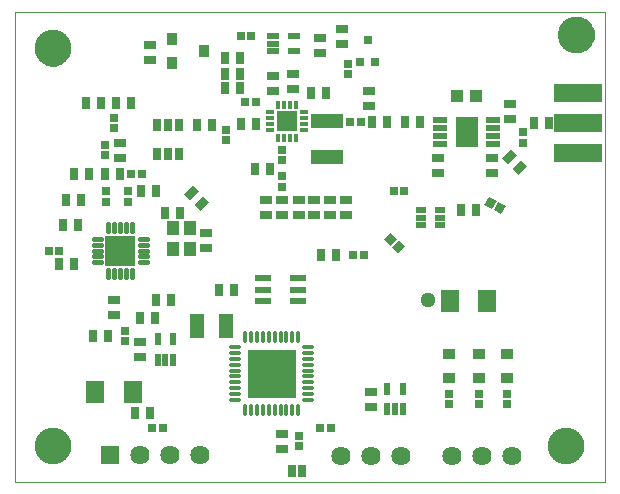
<source format=gts>
G75*
G70*
%OFA0B0*%
%FSLAX24Y24*%
%IPPOS*%
%LPD*%
%AMOC8*
5,1,8,0,0,1.08239X$1,22.5*
%
%ADD10C,0.0000*%
%ADD11C,0.1221*%
%ADD12R,0.0138X0.0296*%
%ADD13R,0.0296X0.0138*%
%ADD14R,0.0670X0.0670*%
%ADD15R,0.0290X0.0410*%
%ADD16R,0.0410X0.0290*%
%ADD17R,0.0276X0.0276*%
%ADD18R,0.1103X0.0493*%
%ADD19R,0.0316X0.0296*%
%ADD20R,0.0296X0.0316*%
%ADD21R,0.0276X0.0257*%
%ADD22R,0.0434X0.0197*%
%ADD23R,0.0335X0.0434*%
%ADD24R,0.1640X0.0640*%
%ADD25R,0.0276X0.0434*%
%ADD26R,0.0335X0.0197*%
%ADD27R,0.0510X0.0220*%
%ADD28R,0.0740X0.0990*%
%ADD29R,0.0434X0.0512*%
%ADD30R,0.0197X0.0434*%
%ADD31R,0.0640X0.0740*%
%ADD32R,0.0414X0.0434*%
%ADD33R,0.0552X0.0237*%
%ADD34C,0.0640*%
%ADD35R,0.1615X0.1615*%
%ADD36C,0.0120*%
%ADD37R,0.0640X0.0640*%
%ADD38R,0.0473X0.0788*%
%ADD39R,0.0434X0.0355*%
%ADD40C,0.0158*%
%ADD41R,0.1024X0.1024*%
%ADD42C,0.0280*%
%ADD43C,0.0512*%
D10*
X000671Y003960D02*
X020356Y003960D01*
X020356Y019645D01*
X000671Y019645D01*
X000671Y003960D01*
X001343Y005184D02*
X001345Y005232D01*
X001351Y005280D01*
X001361Y005327D01*
X001374Y005373D01*
X001392Y005418D01*
X001412Y005462D01*
X001437Y005504D01*
X001465Y005543D01*
X001495Y005580D01*
X001529Y005614D01*
X001566Y005646D01*
X001604Y005675D01*
X001645Y005700D01*
X001688Y005722D01*
X001733Y005740D01*
X001779Y005754D01*
X001826Y005765D01*
X001874Y005772D01*
X001922Y005775D01*
X001970Y005774D01*
X002018Y005769D01*
X002066Y005760D01*
X002112Y005748D01*
X002157Y005731D01*
X002201Y005711D01*
X002243Y005688D01*
X002283Y005661D01*
X002321Y005631D01*
X002356Y005598D01*
X002388Y005562D01*
X002418Y005524D01*
X002444Y005483D01*
X002466Y005440D01*
X002486Y005396D01*
X002501Y005351D01*
X002513Y005304D01*
X002521Y005256D01*
X002525Y005208D01*
X002525Y005160D01*
X002521Y005112D01*
X002513Y005064D01*
X002501Y005017D01*
X002486Y004972D01*
X002466Y004928D01*
X002444Y004885D01*
X002418Y004844D01*
X002388Y004806D01*
X002356Y004770D01*
X002321Y004737D01*
X002283Y004707D01*
X002243Y004680D01*
X002201Y004657D01*
X002157Y004637D01*
X002112Y004620D01*
X002066Y004608D01*
X002018Y004599D01*
X001970Y004594D01*
X001922Y004593D01*
X001874Y004596D01*
X001826Y004603D01*
X001779Y004614D01*
X001733Y004628D01*
X001688Y004646D01*
X001645Y004668D01*
X001604Y004693D01*
X001566Y004722D01*
X001529Y004754D01*
X001495Y004788D01*
X001465Y004825D01*
X001437Y004864D01*
X001412Y004906D01*
X001392Y004950D01*
X001374Y004995D01*
X001361Y005041D01*
X001351Y005088D01*
X001345Y005136D01*
X001343Y005184D01*
X001343Y018434D02*
X001345Y018482D01*
X001351Y018530D01*
X001361Y018577D01*
X001374Y018623D01*
X001392Y018668D01*
X001412Y018712D01*
X001437Y018754D01*
X001465Y018793D01*
X001495Y018830D01*
X001529Y018864D01*
X001566Y018896D01*
X001604Y018925D01*
X001645Y018950D01*
X001688Y018972D01*
X001733Y018990D01*
X001779Y019004D01*
X001826Y019015D01*
X001874Y019022D01*
X001922Y019025D01*
X001970Y019024D01*
X002018Y019019D01*
X002066Y019010D01*
X002112Y018998D01*
X002157Y018981D01*
X002201Y018961D01*
X002243Y018938D01*
X002283Y018911D01*
X002321Y018881D01*
X002356Y018848D01*
X002388Y018812D01*
X002418Y018774D01*
X002444Y018733D01*
X002466Y018690D01*
X002486Y018646D01*
X002501Y018601D01*
X002513Y018554D01*
X002521Y018506D01*
X002525Y018458D01*
X002525Y018410D01*
X002521Y018362D01*
X002513Y018314D01*
X002501Y018267D01*
X002486Y018222D01*
X002466Y018178D01*
X002444Y018135D01*
X002418Y018094D01*
X002388Y018056D01*
X002356Y018020D01*
X002321Y017987D01*
X002283Y017957D01*
X002243Y017930D01*
X002201Y017907D01*
X002157Y017887D01*
X002112Y017870D01*
X002066Y017858D01*
X002018Y017849D01*
X001970Y017844D01*
X001922Y017843D01*
X001874Y017846D01*
X001826Y017853D01*
X001779Y017864D01*
X001733Y017878D01*
X001688Y017896D01*
X001645Y017918D01*
X001604Y017943D01*
X001566Y017972D01*
X001529Y018004D01*
X001495Y018038D01*
X001465Y018075D01*
X001437Y018114D01*
X001412Y018156D01*
X001392Y018200D01*
X001374Y018245D01*
X001361Y018291D01*
X001351Y018338D01*
X001345Y018386D01*
X001343Y018434D01*
X018443Y005184D02*
X018445Y005232D01*
X018451Y005280D01*
X018461Y005327D01*
X018474Y005373D01*
X018492Y005418D01*
X018512Y005462D01*
X018537Y005504D01*
X018565Y005543D01*
X018595Y005580D01*
X018629Y005614D01*
X018666Y005646D01*
X018704Y005675D01*
X018745Y005700D01*
X018788Y005722D01*
X018833Y005740D01*
X018879Y005754D01*
X018926Y005765D01*
X018974Y005772D01*
X019022Y005775D01*
X019070Y005774D01*
X019118Y005769D01*
X019166Y005760D01*
X019212Y005748D01*
X019257Y005731D01*
X019301Y005711D01*
X019343Y005688D01*
X019383Y005661D01*
X019421Y005631D01*
X019456Y005598D01*
X019488Y005562D01*
X019518Y005524D01*
X019544Y005483D01*
X019566Y005440D01*
X019586Y005396D01*
X019601Y005351D01*
X019613Y005304D01*
X019621Y005256D01*
X019625Y005208D01*
X019625Y005160D01*
X019621Y005112D01*
X019613Y005064D01*
X019601Y005017D01*
X019586Y004972D01*
X019566Y004928D01*
X019544Y004885D01*
X019518Y004844D01*
X019488Y004806D01*
X019456Y004770D01*
X019421Y004737D01*
X019383Y004707D01*
X019343Y004680D01*
X019301Y004657D01*
X019257Y004637D01*
X019212Y004620D01*
X019166Y004608D01*
X019118Y004599D01*
X019070Y004594D01*
X019022Y004593D01*
X018974Y004596D01*
X018926Y004603D01*
X018879Y004614D01*
X018833Y004628D01*
X018788Y004646D01*
X018745Y004668D01*
X018704Y004693D01*
X018666Y004722D01*
X018629Y004754D01*
X018595Y004788D01*
X018565Y004825D01*
X018537Y004864D01*
X018512Y004906D01*
X018492Y004950D01*
X018474Y004995D01*
X018461Y005041D01*
X018451Y005088D01*
X018445Y005136D01*
X018443Y005184D01*
X018793Y018884D02*
X018795Y018932D01*
X018801Y018980D01*
X018811Y019027D01*
X018824Y019073D01*
X018842Y019118D01*
X018862Y019162D01*
X018887Y019204D01*
X018915Y019243D01*
X018945Y019280D01*
X018979Y019314D01*
X019016Y019346D01*
X019054Y019375D01*
X019095Y019400D01*
X019138Y019422D01*
X019183Y019440D01*
X019229Y019454D01*
X019276Y019465D01*
X019324Y019472D01*
X019372Y019475D01*
X019420Y019474D01*
X019468Y019469D01*
X019516Y019460D01*
X019562Y019448D01*
X019607Y019431D01*
X019651Y019411D01*
X019693Y019388D01*
X019733Y019361D01*
X019771Y019331D01*
X019806Y019298D01*
X019838Y019262D01*
X019868Y019224D01*
X019894Y019183D01*
X019916Y019140D01*
X019936Y019096D01*
X019951Y019051D01*
X019963Y019004D01*
X019971Y018956D01*
X019975Y018908D01*
X019975Y018860D01*
X019971Y018812D01*
X019963Y018764D01*
X019951Y018717D01*
X019936Y018672D01*
X019916Y018628D01*
X019894Y018585D01*
X019868Y018544D01*
X019838Y018506D01*
X019806Y018470D01*
X019771Y018437D01*
X019733Y018407D01*
X019693Y018380D01*
X019651Y018357D01*
X019607Y018337D01*
X019562Y018320D01*
X019516Y018308D01*
X019468Y018299D01*
X019420Y018294D01*
X019372Y018293D01*
X019324Y018296D01*
X019276Y018303D01*
X019229Y018314D01*
X019183Y018328D01*
X019138Y018346D01*
X019095Y018368D01*
X019054Y018393D01*
X019016Y018422D01*
X018979Y018454D01*
X018945Y018488D01*
X018915Y018525D01*
X018887Y018564D01*
X018862Y018606D01*
X018842Y018650D01*
X018824Y018695D01*
X018811Y018741D01*
X018801Y018788D01*
X018795Y018836D01*
X018793Y018884D01*
D11*
X019384Y018884D03*
X019034Y005184D03*
X001934Y005184D03*
X001934Y018434D03*
D12*
X009451Y016527D03*
X009648Y016527D03*
X009845Y016527D03*
X010042Y016527D03*
X010042Y015444D03*
X009845Y015444D03*
X009648Y015444D03*
X009451Y015444D03*
D13*
X009195Y015700D03*
X009195Y015897D03*
X009195Y016094D03*
X009195Y016291D03*
X010298Y016291D03*
X010298Y016094D03*
X010298Y015897D03*
X010298Y015700D03*
D14*
X009747Y015996D03*
D15*
X008717Y015891D03*
X008217Y015891D03*
X007234Y015884D03*
X006734Y015884D03*
X007674Y017094D03*
X007674Y017574D03*
X008174Y017574D03*
X008174Y017094D03*
X008174Y018094D03*
X007674Y018094D03*
X010549Y016931D03*
X011049Y016931D03*
X012584Y015984D03*
X013084Y015984D03*
X013684Y015984D03*
X014184Y015984D03*
G36*
X017115Y014563D02*
X016910Y014768D01*
X017199Y015057D01*
X017404Y014852D01*
X017115Y014563D01*
G37*
G36*
X017468Y014210D02*
X017263Y014415D01*
X017552Y014704D01*
X017757Y014499D01*
X017468Y014210D01*
G37*
X016034Y013044D03*
X015534Y013044D03*
X017984Y015934D03*
X018484Y015934D03*
X011384Y011534D03*
X010884Y011534D03*
X007984Y010384D03*
X007484Y010384D03*
X005884Y010034D03*
X005384Y010034D03*
X005334Y009434D03*
X004834Y009434D03*
X003784Y008834D03*
X003284Y008834D03*
X002634Y011234D03*
X002134Y011234D03*
X002284Y012534D03*
X002784Y012534D03*
X002884Y013384D03*
X002384Y013384D03*
X002634Y014234D03*
X003134Y014234D03*
X003684Y014234D03*
X004184Y014234D03*
X004884Y013684D03*
X005384Y013684D03*
X005684Y012934D03*
X006184Y012934D03*
G36*
X006515Y013363D02*
X006310Y013568D01*
X006599Y013857D01*
X006804Y013652D01*
X006515Y013363D01*
G37*
G36*
X006868Y013010D02*
X006663Y013215D01*
X006952Y013504D01*
X007157Y013299D01*
X006868Y013010D01*
G37*
X008684Y014414D03*
X009184Y014414D03*
X004534Y016594D03*
X004034Y016594D03*
X003534Y016594D03*
X003034Y016594D03*
X004684Y006284D03*
X005184Y006284D03*
X009923Y004334D03*
X010254Y004334D03*
D16*
X009584Y005084D03*
X009584Y005584D03*
X012534Y006484D03*
X012534Y006984D03*
X007034Y011784D03*
X007034Y012284D03*
X009034Y012864D03*
X009594Y012864D03*
X009594Y013364D03*
X009034Y013364D03*
X010134Y013364D03*
X010654Y013364D03*
X010654Y012864D03*
X010134Y012864D03*
X011184Y012864D03*
X011714Y012864D03*
X011714Y013364D03*
X011184Y013364D03*
X012484Y016499D03*
X012484Y016999D03*
X011584Y018584D03*
X011584Y019084D03*
X010834Y018784D03*
X010834Y018284D03*
X009949Y017574D03*
X009949Y017074D03*
X009266Y017016D03*
X009266Y017516D03*
X005184Y018034D03*
X005184Y018534D03*
X004184Y015284D03*
X004184Y014784D03*
X003984Y010034D03*
X003984Y009534D03*
X004834Y008634D03*
X004834Y008134D03*
X014784Y014284D03*
X014784Y014784D03*
X016584Y014784D03*
X016584Y014284D03*
X017184Y016054D03*
X017184Y016554D03*
D17*
X012311Y011534D03*
X011957Y011534D03*
X007724Y015357D03*
X007724Y015711D03*
X008207Y018834D03*
X008561Y018834D03*
X011784Y017911D03*
X011784Y017557D03*
X002161Y011684D03*
X001807Y011684D03*
X005257Y005784D03*
X005611Y005784D03*
X010134Y005511D03*
X010134Y005157D03*
X010857Y005784D03*
X011211Y005784D03*
X015134Y006557D03*
X015134Y006911D03*
X016134Y006911D03*
X016134Y006557D03*
X017084Y006557D03*
X017084Y006911D03*
D18*
X011094Y014808D03*
X011094Y015989D03*
D19*
X009589Y015046D03*
X009589Y014692D03*
X009594Y014151D03*
X009594Y013797D03*
G36*
X012992Y012052D02*
X013215Y012275D01*
X013424Y012066D01*
X013201Y011843D01*
X012992Y012052D01*
G37*
G36*
X013243Y011801D02*
X013466Y012024D01*
X013675Y011815D01*
X013452Y011592D01*
X013243Y011801D01*
G37*
G36*
X016323Y013210D02*
X016481Y013482D01*
X016737Y013334D01*
X016579Y013062D01*
X016323Y013210D01*
G37*
G36*
X016630Y013033D02*
X016788Y013305D01*
X017044Y013157D01*
X016886Y012885D01*
X016630Y013033D01*
G37*
X017624Y015277D03*
X017624Y015631D03*
X004454Y013661D03*
X004454Y013307D03*
X003724Y013307D03*
X003724Y013661D03*
X003684Y014857D03*
X003684Y015211D03*
X003984Y015757D03*
X003984Y016111D03*
X004334Y009011D03*
X004334Y008657D03*
D20*
X004557Y014234D03*
X004911Y014234D03*
X008347Y016644D03*
X008701Y016644D03*
X011857Y015984D03*
X012211Y015984D03*
X013307Y013684D03*
X013661Y013684D03*
D21*
X012690Y017970D03*
X012178Y017970D03*
X012434Y018698D03*
D22*
X009979Y018840D03*
X009979Y018328D03*
X009290Y018328D03*
X009290Y018584D03*
X009290Y018840D03*
D23*
X006966Y018334D03*
X005923Y018727D03*
X005923Y017940D03*
D24*
X019434Y016944D03*
X019434Y015944D03*
X019434Y014944D03*
D25*
X006158Y014892D03*
X005784Y014892D03*
X005410Y014892D03*
X005410Y015876D03*
X005784Y015876D03*
X006158Y015876D03*
D26*
X014209Y013040D03*
X014209Y012784D03*
X014209Y012528D03*
X014859Y012528D03*
X014859Y012784D03*
X014859Y013040D03*
D27*
X014848Y015250D03*
X014848Y015506D03*
X014848Y015762D03*
X014848Y016018D03*
X016620Y016018D03*
X016620Y015762D03*
X016620Y015506D03*
X016620Y015250D03*
D28*
X015734Y015634D03*
D29*
X006509Y012418D03*
X005958Y012418D03*
X005958Y011749D03*
X006509Y011749D03*
D30*
X005946Y008726D03*
X005434Y008726D03*
X005434Y008037D03*
X005690Y008037D03*
X005946Y008037D03*
X013084Y007076D03*
X013596Y007076D03*
X013596Y006387D03*
X013340Y006387D03*
X013084Y006387D03*
D31*
X015169Y010014D03*
X016419Y010014D03*
X004609Y006984D03*
X003359Y006984D03*
D32*
X015419Y016834D03*
X016049Y016834D03*
D33*
X010124Y010758D03*
X010124Y010384D03*
X010124Y010010D03*
X008943Y010010D03*
X008943Y010384D03*
X008943Y010758D03*
D34*
X006834Y004884D03*
X005834Y004884D03*
X004834Y004884D03*
X011534Y004834D03*
X012534Y004834D03*
X013534Y004834D03*
X015234Y004834D03*
X016234Y004834D03*
X017234Y004834D03*
D35*
X009234Y007584D03*
D36*
X008147Y007682D02*
X007877Y007682D01*
X007877Y007485D02*
X008147Y007485D01*
X008147Y007288D02*
X007877Y007288D01*
X007877Y007092D02*
X008147Y007092D01*
X008147Y006895D02*
X007877Y006895D01*
X007877Y006698D02*
X008147Y006698D01*
X008348Y006497D02*
X008348Y006227D01*
X008545Y006227D02*
X008545Y006497D01*
X008742Y006497D02*
X008742Y006227D01*
X008938Y006227D02*
X008938Y006497D01*
X009135Y006497D02*
X009135Y006227D01*
X009332Y006227D02*
X009332Y006497D01*
X009529Y006497D02*
X009529Y006227D01*
X009726Y006227D02*
X009726Y006497D01*
X009923Y006497D02*
X009923Y006227D01*
X010120Y006227D02*
X010120Y006497D01*
X010321Y006698D02*
X010591Y006698D01*
X010591Y006895D02*
X010321Y006895D01*
X010321Y007092D02*
X010591Y007092D01*
X010591Y007288D02*
X010321Y007288D01*
X010321Y007485D02*
X010591Y007485D01*
X010591Y007682D02*
X010321Y007682D01*
X010321Y007879D02*
X010591Y007879D01*
X010591Y008076D02*
X010321Y008076D01*
X010321Y008273D02*
X010591Y008273D01*
X010591Y008470D02*
X010321Y008470D01*
X010120Y008671D02*
X010120Y008941D01*
X009923Y008941D02*
X009923Y008671D01*
X009726Y008671D02*
X009726Y008941D01*
X009529Y008941D02*
X009529Y008671D01*
X009332Y008671D02*
X009332Y008941D01*
X009135Y008941D02*
X009135Y008671D01*
X008938Y008671D02*
X008938Y008941D01*
X008742Y008941D02*
X008742Y008671D01*
X008545Y008671D02*
X008545Y008941D01*
X008348Y008941D02*
X008348Y008671D01*
X008147Y008470D02*
X007877Y008470D01*
X007877Y008273D02*
X008147Y008273D01*
X008147Y008076D02*
X007877Y008076D01*
X007877Y007879D02*
X008147Y007879D01*
D37*
X003834Y004884D03*
D38*
X006742Y009184D03*
X007726Y009184D03*
D39*
X015134Y008227D03*
X015134Y007440D03*
X016134Y007440D03*
X016134Y008227D03*
X017084Y008227D03*
X017084Y007440D03*
D40*
X005069Y011290D02*
X004833Y011290D01*
X004833Y011487D02*
X005069Y011487D01*
X005069Y011684D02*
X004833Y011684D01*
X004833Y011881D02*
X005069Y011881D01*
X005069Y012077D02*
X004833Y012077D01*
X004577Y012333D02*
X004577Y012569D01*
X004381Y012569D02*
X004381Y012333D01*
X004184Y012333D02*
X004184Y012569D01*
X003987Y012569D02*
X003987Y012333D01*
X003790Y012333D02*
X003790Y012569D01*
X003534Y012077D02*
X003298Y012077D01*
X003298Y011881D02*
X003534Y011881D01*
X003534Y011684D02*
X003298Y011684D01*
X003298Y011487D02*
X003534Y011487D01*
X003534Y011290D02*
X003298Y011290D01*
X003790Y011034D02*
X003790Y010798D01*
X003987Y010798D02*
X003987Y011034D01*
X004184Y011034D02*
X004184Y010798D01*
X004381Y010798D02*
X004381Y011034D01*
X004577Y011034D02*
X004577Y010798D01*
D41*
X004184Y011684D03*
D42*
X005934Y011784D03*
X009034Y007784D03*
X009434Y007784D03*
X009434Y007384D03*
X009034Y007384D03*
D43*
X014434Y010034D03*
M02*

</source>
